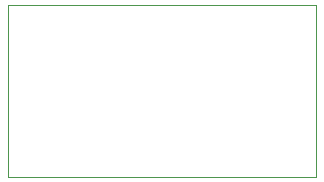
<source format=gko>
G04*
G04 #@! TF.GenerationSoftware,Altium Limited,Altium Designer,20.1.11 (218)*
G04*
G04 Layer_Color=16711935*
%FSLAX25Y25*%
%MOIN*%
G70*
G04*
G04 #@! TF.SameCoordinates,B42474AF-8F1F-4631-B4F4-3FD5516C7951*
G04*
G04*
G04 #@! TF.FilePolarity,Positive*
G04*
G01*
G75*
%ADD25C,0.00394*%
D25*
X115000Y100000D02*
Y157500D01*
Y100000D02*
X217500D01*
Y157500D01*
X115000D02*
X217500D01*
M02*

</source>
